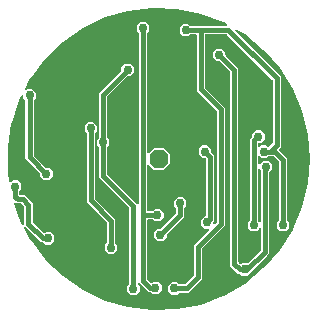
<source format=gbr>
G04 EAGLE Gerber RS-274X export*
G75*
%MOMM*%
%FSLAX34Y34*%
%LPD*%
%INBottom Copper*%
%IPPOS*%
%AMOC8*
5,1,8,0,0,1.08239X$1,22.5*%
G01*
%ADD10P,1.732040X8X22.500000*%
%ADD11C,0.756400*%
%ADD12C,0.406400*%

G36*
X226220Y492421D02*
X226220Y492421D01*
X226252Y492428D01*
X226342Y492436D01*
X246447Y496540D01*
X246478Y496552D01*
X246565Y496574D01*
X265752Y503851D01*
X265780Y503868D01*
X265862Y503904D01*
X283633Y514164D01*
X283659Y514185D01*
X283734Y514233D01*
X299629Y527211D01*
X299651Y527236D01*
X299718Y527296D01*
X313325Y542656D01*
X313343Y542683D01*
X313399Y542754D01*
X324366Y560097D01*
X324379Y560128D01*
X324423Y560206D01*
X332466Y579084D01*
X332474Y579116D01*
X332505Y579200D01*
X337416Y599124D01*
X337419Y599157D01*
X337436Y599245D01*
X339087Y619699D01*
X339084Y619731D01*
X339087Y619821D01*
X337436Y640275D01*
X337428Y640307D01*
X337416Y640396D01*
X332505Y660320D01*
X332492Y660350D01*
X332479Y660393D01*
X332474Y660418D01*
X332470Y660424D01*
X332466Y660436D01*
X324423Y679314D01*
X324405Y679342D01*
X324366Y679423D01*
X313399Y696766D01*
X313377Y696791D01*
X313328Y696860D01*
X313327Y696861D01*
X313327Y696862D01*
X313325Y696864D01*
X299718Y712224D01*
X299692Y712245D01*
X299629Y712309D01*
X283734Y725287D01*
X283706Y725303D01*
X283633Y725356D01*
X276863Y729265D01*
X276841Y729273D01*
X276821Y729287D01*
X276726Y729317D01*
X276633Y729352D01*
X276609Y729353D01*
X276586Y729360D01*
X276487Y729357D01*
X276388Y729361D01*
X276364Y729354D01*
X276340Y729353D01*
X276247Y729319D01*
X276152Y729291D01*
X276132Y729277D01*
X276109Y729269D01*
X276032Y729207D01*
X275950Y729150D01*
X275936Y729130D01*
X275917Y729115D01*
X275864Y729032D01*
X275805Y728952D01*
X275797Y728929D01*
X275784Y728908D01*
X275760Y728812D01*
X275730Y728717D01*
X275730Y728693D01*
X275724Y728670D01*
X275732Y728571D01*
X275734Y728471D01*
X275742Y728449D01*
X275743Y728425D01*
X275782Y728333D01*
X275815Y728239D01*
X275830Y728220D01*
X275840Y728198D01*
X275945Y728067D01*
X314453Y689559D01*
X314453Y630225D01*
X312781Y628553D01*
X312770Y628537D01*
X312754Y628525D01*
X312698Y628437D01*
X312638Y628354D01*
X312632Y628335D01*
X312621Y628318D01*
X312596Y628217D01*
X312565Y628118D01*
X312566Y628099D01*
X312561Y628079D01*
X312569Y627976D01*
X312572Y627873D01*
X312579Y627854D01*
X312580Y627834D01*
X312620Y627739D01*
X312656Y627642D01*
X312669Y627626D01*
X312676Y627608D01*
X312781Y627477D01*
X319787Y620471D01*
X319787Y568143D01*
X319801Y568053D01*
X319809Y567962D01*
X319821Y567933D01*
X319826Y567901D01*
X319869Y567820D01*
X319905Y567736D01*
X319931Y567704D01*
X319942Y567683D01*
X319965Y567661D01*
X320010Y567605D01*
X321537Y566078D01*
X321537Y561682D01*
X318428Y558573D01*
X314032Y558573D01*
X310923Y561682D01*
X310923Y566078D01*
X312450Y567605D01*
X312503Y567679D01*
X312563Y567749D01*
X312575Y567779D01*
X312594Y567805D01*
X312621Y567892D01*
X312655Y567977D01*
X312659Y568018D01*
X312666Y568040D01*
X312665Y568072D01*
X312673Y568143D01*
X312673Y617209D01*
X312671Y617225D01*
X312672Y617240D01*
X312658Y617305D01*
X312651Y617390D01*
X312639Y617420D01*
X312634Y617452D01*
X312621Y617476D01*
X312620Y617480D01*
X312609Y617499D01*
X312591Y617533D01*
X312555Y617617D01*
X312529Y617649D01*
X312518Y617670D01*
X312495Y617692D01*
X312450Y617748D01*
X307868Y622330D01*
X307794Y622383D01*
X307724Y622443D01*
X307694Y622455D01*
X307668Y622474D01*
X307581Y622501D01*
X307496Y622535D01*
X307455Y622539D01*
X307433Y622546D01*
X307401Y622545D01*
X307329Y622553D01*
X304237Y622553D01*
X304147Y622539D01*
X304056Y622531D01*
X304027Y622519D01*
X303995Y622514D01*
X303914Y622471D01*
X303830Y622435D01*
X303798Y622409D01*
X303777Y622398D01*
X303756Y622376D01*
X303753Y622374D01*
X303750Y622371D01*
X303699Y622330D01*
X302172Y620803D01*
X297776Y620803D01*
X296448Y622131D01*
X296390Y622173D01*
X296338Y622222D01*
X296291Y622244D01*
X296249Y622274D01*
X296180Y622296D01*
X296115Y622326D01*
X296063Y622331D01*
X296013Y622347D01*
X295942Y622345D01*
X295871Y622353D01*
X295820Y622342D01*
X295768Y622340D01*
X295700Y622316D01*
X295630Y622301D01*
X295585Y622274D01*
X295537Y622256D01*
X295481Y622211D01*
X295419Y622174D01*
X295385Y622135D01*
X295345Y622102D01*
X295306Y622042D01*
X295259Y621987D01*
X295240Y621939D01*
X295212Y621895D01*
X295194Y621826D01*
X295167Y621759D01*
X295159Y621688D01*
X295151Y621657D01*
X295153Y621634D01*
X295149Y621593D01*
X295149Y615895D01*
X295160Y615825D01*
X295162Y615753D01*
X295180Y615704D01*
X295188Y615653D01*
X295222Y615589D01*
X295247Y615522D01*
X295279Y615481D01*
X295304Y615435D01*
X295356Y615386D01*
X295400Y615330D01*
X295444Y615302D01*
X295482Y615266D01*
X295547Y615236D01*
X295607Y615197D01*
X295658Y615184D01*
X295705Y615162D01*
X295776Y615154D01*
X295846Y615137D01*
X295898Y615141D01*
X295949Y615135D01*
X296020Y615150D01*
X296091Y615156D01*
X296139Y615176D01*
X296190Y615187D01*
X296251Y615224D01*
X296317Y615252D01*
X296373Y615297D01*
X296401Y615314D01*
X296416Y615331D01*
X296448Y615357D01*
X299554Y618463D01*
X303950Y618463D01*
X307059Y615354D01*
X307059Y610958D01*
X304770Y608669D01*
X304717Y608595D01*
X304657Y608525D01*
X304645Y608495D01*
X304626Y608469D01*
X304599Y608382D01*
X304565Y608297D01*
X304561Y608256D01*
X304554Y608234D01*
X304555Y608202D01*
X304547Y608131D01*
X304547Y539801D01*
X302240Y537494D01*
X289784Y525038D01*
X289248Y524502D01*
X289195Y524428D01*
X289135Y524358D01*
X289123Y524328D01*
X289104Y524302D01*
X289077Y524215D01*
X289043Y524130D01*
X289040Y524106D01*
X285916Y520981D01*
X281520Y520981D01*
X279993Y522508D01*
X279919Y522561D01*
X279849Y522621D01*
X279819Y522633D01*
X279793Y522652D01*
X279706Y522679D01*
X279621Y522713D01*
X279580Y522717D01*
X279558Y522724D01*
X279526Y522723D01*
X279455Y522731D01*
X277927Y522731D01*
X271271Y529387D01*
X271271Y693409D01*
X271257Y693500D01*
X271249Y693590D01*
X271237Y693620D01*
X271232Y693652D01*
X271189Y693733D01*
X271153Y693817D01*
X271127Y693849D01*
X271116Y693870D01*
X271093Y693892D01*
X271048Y693948D01*
X262628Y702368D01*
X262554Y702421D01*
X262484Y702481D01*
X262454Y702493D01*
X262428Y702512D01*
X262341Y702539D01*
X262256Y702573D01*
X262215Y702577D01*
X262193Y702584D01*
X262161Y702583D01*
X262089Y702591D01*
X259930Y702591D01*
X256821Y705700D01*
X256821Y710096D01*
X259930Y713205D01*
X264326Y713205D01*
X267435Y710096D01*
X267435Y707937D01*
X267449Y707846D01*
X267457Y707756D01*
X267469Y707726D01*
X267474Y707694D01*
X267517Y707613D01*
X267553Y707529D01*
X267579Y707497D01*
X267590Y707476D01*
X267613Y707454D01*
X267658Y707398D01*
X278385Y696671D01*
X278385Y532649D01*
X278399Y532558D01*
X278407Y532468D01*
X278419Y532438D01*
X278424Y532406D01*
X278467Y532325D01*
X278503Y532241D01*
X278529Y532209D01*
X278540Y532188D01*
X278563Y532166D01*
X278608Y532110D01*
X279783Y530935D01*
X279799Y530923D01*
X279812Y530908D01*
X279899Y530851D01*
X279983Y530791D01*
X280002Y530785D01*
X280019Y530775D01*
X280119Y530749D01*
X280218Y530719D01*
X280238Y530719D01*
X280257Y530714D01*
X280360Y530722D01*
X280464Y530725D01*
X280483Y530732D01*
X280503Y530734D01*
X280597Y530774D01*
X280695Y530810D01*
X280711Y530822D01*
X280729Y530830D01*
X280860Y530935D01*
X281520Y531595D01*
X285965Y531595D01*
X286056Y531609D01*
X286146Y531617D01*
X286176Y531629D01*
X286208Y531634D01*
X286289Y531677D01*
X286373Y531713D01*
X286405Y531739D01*
X286426Y531750D01*
X286448Y531773D01*
X286504Y531818D01*
X297210Y542524D01*
X297263Y542598D01*
X297323Y542668D01*
X297335Y542698D01*
X297354Y542724D01*
X297381Y542811D01*
X297415Y542896D01*
X297419Y542937D01*
X297426Y542959D01*
X297425Y542991D01*
X297433Y543063D01*
X297433Y560379D01*
X297422Y560449D01*
X297420Y560521D01*
X297402Y560570D01*
X297394Y560621D01*
X297360Y560685D01*
X297335Y560752D01*
X297303Y560793D01*
X297278Y560839D01*
X297226Y560888D01*
X297182Y560944D01*
X297138Y560972D01*
X297100Y561008D01*
X297035Y561038D01*
X296975Y561077D01*
X296924Y561090D01*
X296877Y561112D01*
X296806Y561120D01*
X296736Y561137D01*
X296684Y561133D01*
X296633Y561139D01*
X296562Y561124D01*
X296491Y561118D01*
X296443Y561098D01*
X296392Y561087D01*
X296331Y561050D01*
X296265Y561022D01*
X296209Y560977D01*
X296181Y560960D01*
X296166Y560943D01*
X296134Y560917D01*
X293790Y558573D01*
X289394Y558573D01*
X286285Y561682D01*
X286285Y566078D01*
X287812Y567605D01*
X287865Y567679D01*
X287925Y567749D01*
X287937Y567779D01*
X287956Y567805D01*
X287983Y567892D01*
X288017Y567977D01*
X288021Y568018D01*
X288028Y568040D01*
X288027Y568072D01*
X288035Y568143D01*
X288035Y636981D01*
X289872Y638818D01*
X289925Y638892D01*
X289985Y638962D01*
X289997Y638992D01*
X290016Y639018D01*
X290043Y639105D01*
X290077Y639190D01*
X290081Y639231D01*
X290088Y639253D01*
X290087Y639285D01*
X290095Y639357D01*
X290095Y641008D01*
X293204Y644117D01*
X297600Y644117D01*
X300709Y641008D01*
X300709Y636612D01*
X297600Y633503D01*
X295910Y633503D01*
X295890Y633500D01*
X295871Y633502D01*
X295769Y633480D01*
X295667Y633464D01*
X295650Y633454D01*
X295630Y633450D01*
X295541Y633397D01*
X295450Y633348D01*
X295436Y633334D01*
X295419Y633324D01*
X295352Y633245D01*
X295280Y633170D01*
X295272Y633152D01*
X295259Y633137D01*
X295220Y633041D01*
X295177Y632947D01*
X295175Y632927D01*
X295167Y632909D01*
X295149Y632742D01*
X295149Y630627D01*
X295160Y630557D01*
X295162Y630485D01*
X295180Y630436D01*
X295188Y630385D01*
X295222Y630321D01*
X295247Y630254D01*
X295279Y630213D01*
X295304Y630167D01*
X295356Y630118D01*
X295400Y630062D01*
X295444Y630034D01*
X295482Y629998D01*
X295547Y629968D01*
X295607Y629929D01*
X295658Y629916D01*
X295705Y629894D01*
X295776Y629886D01*
X295846Y629869D01*
X295898Y629873D01*
X295949Y629867D01*
X296020Y629882D01*
X296091Y629888D01*
X296139Y629908D01*
X296190Y629919D01*
X296251Y629956D01*
X296317Y629984D01*
X296373Y630029D01*
X296401Y630046D01*
X296416Y630063D01*
X296448Y630089D01*
X297776Y631417D01*
X302172Y631417D01*
X303340Y630249D01*
X303356Y630237D01*
X303369Y630222D01*
X303456Y630165D01*
X303540Y630105D01*
X303559Y630099D01*
X303576Y630089D01*
X303676Y630063D01*
X303775Y630033D01*
X303795Y630033D01*
X303814Y630028D01*
X303917Y630036D01*
X304021Y630039D01*
X304040Y630046D01*
X304059Y630048D01*
X304154Y630088D01*
X304252Y630124D01*
X304268Y630136D01*
X304286Y630144D01*
X304417Y630249D01*
X307116Y632948D01*
X307169Y633022D01*
X307229Y633092D01*
X307241Y633122D01*
X307260Y633148D01*
X307287Y633235D01*
X307321Y633320D01*
X307325Y633361D01*
X307332Y633383D01*
X307331Y633415D01*
X307339Y633487D01*
X307339Y686297D01*
X307325Y686388D01*
X307317Y686478D01*
X307305Y686508D01*
X307300Y686540D01*
X307257Y686621D01*
X307221Y686705D01*
X307195Y686737D01*
X307184Y686758D01*
X307161Y686780D01*
X307116Y686836D01*
X268752Y725200D01*
X268678Y725253D01*
X268608Y725313D01*
X268578Y725325D01*
X268552Y725344D01*
X268465Y725371D01*
X268380Y725405D01*
X268339Y725409D01*
X268317Y725416D01*
X268285Y725415D01*
X268213Y725423D01*
X250952Y725423D01*
X250932Y725420D01*
X250913Y725422D01*
X250811Y725400D01*
X250709Y725384D01*
X250692Y725374D01*
X250672Y725370D01*
X250583Y725317D01*
X250492Y725268D01*
X250478Y725254D01*
X250461Y725244D01*
X250394Y725165D01*
X250322Y725090D01*
X250314Y725072D01*
X250301Y725057D01*
X250262Y724961D01*
X250219Y724867D01*
X250217Y724847D01*
X250209Y724829D01*
X250191Y724662D01*
X250191Y680731D01*
X250205Y680640D01*
X250213Y680550D01*
X250225Y680520D01*
X250230Y680488D01*
X250273Y680407D01*
X250309Y680323D01*
X250335Y680291D01*
X250346Y680270D01*
X250369Y680248D01*
X250414Y680192D01*
X267209Y663397D01*
X267209Y563423D01*
X247874Y544088D01*
X247821Y544014D01*
X247761Y543944D01*
X247749Y543914D01*
X247730Y543888D01*
X247703Y543801D01*
X247669Y543716D01*
X247665Y543675D01*
X247658Y543653D01*
X247659Y543621D01*
X247651Y543549D01*
X247651Y518211D01*
X245344Y515904D01*
X238476Y509036D01*
X236169Y506729D01*
X228291Y506729D01*
X228201Y506715D01*
X228110Y506707D01*
X228081Y506695D01*
X228049Y506690D01*
X227968Y506647D01*
X227884Y506611D01*
X227852Y506585D01*
X227831Y506574D01*
X227809Y506551D01*
X227753Y506506D01*
X226226Y504979D01*
X221830Y504979D01*
X218721Y508088D01*
X218721Y512484D01*
X221830Y515593D01*
X226226Y515593D01*
X227753Y514066D01*
X227827Y514013D01*
X227897Y513953D01*
X227927Y513941D01*
X227953Y513922D01*
X228040Y513895D01*
X228125Y513861D01*
X228166Y513857D01*
X228188Y513850D01*
X228220Y513851D01*
X228291Y513843D01*
X232907Y513843D01*
X232998Y513857D01*
X233088Y513865D01*
X233118Y513877D01*
X233150Y513882D01*
X233231Y513925D01*
X233315Y513961D01*
X233347Y513987D01*
X233368Y513998D01*
X233390Y514021D01*
X233446Y514066D01*
X240314Y520934D01*
X240367Y521008D01*
X240427Y521078D01*
X240439Y521108D01*
X240458Y521134D01*
X240485Y521221D01*
X240519Y521306D01*
X240523Y521347D01*
X240530Y521369D01*
X240529Y521401D01*
X240537Y521473D01*
X240537Y546811D01*
X253286Y559560D01*
X253328Y559618D01*
X253377Y559670D01*
X253399Y559717D01*
X253429Y559759D01*
X253450Y559828D01*
X253481Y559893D01*
X253486Y559945D01*
X253502Y559995D01*
X253500Y560066D01*
X253508Y560137D01*
X253497Y560188D01*
X253495Y560240D01*
X253471Y560308D01*
X253455Y560378D01*
X253429Y560423D01*
X253411Y560471D01*
X253366Y560527D01*
X253329Y560589D01*
X253290Y560623D01*
X253257Y560663D01*
X253197Y560702D01*
X253142Y560749D01*
X253094Y560768D01*
X253050Y560796D01*
X252981Y560814D01*
X252914Y560841D01*
X252843Y560849D01*
X252812Y560857D01*
X252788Y560855D01*
X252747Y560859D01*
X249770Y560859D01*
X246661Y563968D01*
X246661Y568364D01*
X249770Y571473D01*
X250190Y571473D01*
X250210Y571476D01*
X250229Y571474D01*
X250331Y571496D01*
X250433Y571512D01*
X250450Y571522D01*
X250470Y571526D01*
X250559Y571579D01*
X250650Y571628D01*
X250664Y571642D01*
X250681Y571652D01*
X250748Y571731D01*
X250820Y571806D01*
X250828Y571824D01*
X250841Y571839D01*
X250880Y571935D01*
X250923Y572029D01*
X250925Y572049D01*
X250933Y572067D01*
X250951Y572234D01*
X250951Y619749D01*
X250937Y619840D01*
X250929Y619930D01*
X250917Y619960D01*
X250912Y619992D01*
X250869Y620073D01*
X250833Y620157D01*
X250807Y620189D01*
X250796Y620210D01*
X250773Y620232D01*
X250728Y620288D01*
X250436Y620580D01*
X250362Y620633D01*
X250292Y620693D01*
X250262Y620705D01*
X250236Y620724D01*
X250149Y620751D01*
X250064Y620785D01*
X250023Y620789D01*
X250001Y620796D01*
X249969Y620795D01*
X249897Y620803D01*
X247738Y620803D01*
X244629Y623912D01*
X244629Y628308D01*
X247738Y631417D01*
X252134Y631417D01*
X255243Y628308D01*
X255243Y626149D01*
X255257Y626058D01*
X255265Y625968D01*
X255277Y625938D01*
X255282Y625906D01*
X255325Y625825D01*
X255361Y625741D01*
X255387Y625709D01*
X255398Y625688D01*
X255421Y625666D01*
X255466Y625610D01*
X258065Y623011D01*
X258065Y567233D01*
X257498Y566666D01*
X257445Y566592D01*
X257385Y566522D01*
X257373Y566492D01*
X257354Y566466D01*
X257327Y566379D01*
X257293Y566294D01*
X257289Y566253D01*
X257282Y566231D01*
X257283Y566199D01*
X257275Y566127D01*
X257275Y565387D01*
X257286Y565316D01*
X257288Y565244D01*
X257306Y565195D01*
X257314Y565144D01*
X257348Y565080D01*
X257373Y565013D01*
X257405Y564972D01*
X257430Y564926D01*
X257482Y564877D01*
X257526Y564821D01*
X257570Y564793D01*
X257608Y564757D01*
X257673Y564727D01*
X257733Y564688D01*
X257784Y564675D01*
X257831Y564653D01*
X257902Y564645D01*
X257972Y564628D01*
X258024Y564632D01*
X258075Y564626D01*
X258146Y564642D01*
X258217Y564647D01*
X258265Y564667D01*
X258316Y564679D01*
X258377Y564715D01*
X258443Y564743D01*
X258499Y564788D01*
X258527Y564805D01*
X258542Y564823D01*
X258574Y564848D01*
X259872Y566146D01*
X259925Y566220D01*
X259985Y566290D01*
X259997Y566320D01*
X260016Y566346D01*
X260043Y566433D01*
X260077Y566518D01*
X260081Y566559D01*
X260088Y566581D01*
X260087Y566613D01*
X260095Y566685D01*
X260095Y660135D01*
X260081Y660226D01*
X260073Y660316D01*
X260061Y660346D01*
X260056Y660378D01*
X260013Y660459D01*
X259977Y660543D01*
X259951Y660575D01*
X259940Y660596D01*
X259917Y660618D01*
X259872Y660674D01*
X243077Y677469D01*
X243077Y724662D01*
X243074Y724682D01*
X243076Y724701D01*
X243054Y724803D01*
X243038Y724905D01*
X243028Y724922D01*
X243024Y724942D01*
X242971Y725031D01*
X242922Y725122D01*
X242908Y725136D01*
X242898Y725153D01*
X242819Y725220D01*
X242744Y725292D01*
X242726Y725300D01*
X242711Y725313D01*
X242615Y725352D01*
X242521Y725395D01*
X242501Y725397D01*
X242483Y725405D01*
X242316Y725423D01*
X238197Y725423D01*
X238107Y725409D01*
X238016Y725401D01*
X237987Y725389D01*
X237955Y725384D01*
X237874Y725341D01*
X237790Y725305D01*
X237758Y725279D01*
X237737Y725268D01*
X237715Y725245D01*
X237659Y725200D01*
X236132Y723673D01*
X231736Y723673D01*
X228627Y726782D01*
X228627Y731178D01*
X231736Y734287D01*
X236132Y734287D01*
X237659Y732760D01*
X237733Y732707D01*
X237803Y732647D01*
X237833Y732635D01*
X237859Y732616D01*
X237946Y732589D01*
X238031Y732555D01*
X238072Y732551D01*
X238094Y732544D01*
X238126Y732545D01*
X238197Y732537D01*
X268356Y732537D01*
X268403Y732544D01*
X268451Y732543D01*
X268524Y732564D01*
X268598Y732576D01*
X268641Y732599D01*
X268687Y732613D01*
X268749Y732656D01*
X268816Y732692D01*
X268849Y732726D01*
X268888Y732754D01*
X268933Y732815D01*
X268985Y732870D01*
X269005Y732913D01*
X269034Y732952D01*
X269057Y733024D01*
X269089Y733093D01*
X269094Y733141D01*
X269109Y733186D01*
X269107Y733262D01*
X269116Y733337D01*
X269106Y733384D01*
X269105Y733432D01*
X269080Y733504D01*
X269064Y733578D01*
X269039Y733619D01*
X269023Y733664D01*
X268976Y733724D01*
X268937Y733789D01*
X268901Y733820D01*
X268871Y733858D01*
X268768Y733934D01*
X268750Y733949D01*
X268744Y733951D01*
X268736Y733957D01*
X265862Y735616D01*
X265832Y735628D01*
X265752Y735669D01*
X246565Y742946D01*
X246533Y742952D01*
X246447Y742980D01*
X226342Y747084D01*
X226309Y747085D01*
X226220Y747099D01*
X205716Y747925D01*
X205684Y747921D01*
X205594Y747920D01*
X185223Y745447D01*
X185192Y745438D01*
X185103Y745422D01*
X165393Y739713D01*
X165364Y739699D01*
X165279Y739670D01*
X146740Y730873D01*
X146713Y730854D01*
X146634Y730812D01*
X129746Y719155D01*
X129722Y719132D01*
X129651Y719077D01*
X114852Y704862D01*
X114832Y704836D01*
X114770Y704771D01*
X102443Y688366D01*
X102428Y688337D01*
X102377Y688262D01*
X97663Y679281D01*
X97661Y679272D01*
X97656Y679265D01*
X97622Y679157D01*
X97586Y679047D01*
X97586Y679039D01*
X97583Y679030D01*
X97586Y678916D01*
X97587Y678801D01*
X97589Y678793D01*
X97590Y678784D01*
X97629Y678677D01*
X97666Y678568D01*
X97671Y678562D01*
X97674Y678553D01*
X97746Y678464D01*
X97815Y678373D01*
X97822Y678368D01*
X97828Y678361D01*
X97924Y678299D01*
X98019Y678235D01*
X98027Y678233D01*
X98035Y678228D01*
X98145Y678200D01*
X98256Y678170D01*
X98265Y678170D01*
X98273Y678168D01*
X98387Y678177D01*
X98502Y678184D01*
X98510Y678187D01*
X98518Y678187D01*
X98623Y678232D01*
X98730Y678275D01*
X98737Y678280D01*
X98745Y678284D01*
X98876Y678389D01*
X99402Y678915D01*
X103798Y678915D01*
X106907Y675806D01*
X106907Y671410D01*
X105380Y669883D01*
X105327Y669809D01*
X105267Y669739D01*
X105255Y669709D01*
X105236Y669683D01*
X105209Y669596D01*
X105175Y669511D01*
X105171Y669470D01*
X105164Y669448D01*
X105165Y669416D01*
X105157Y669345D01*
X105157Y623073D01*
X105171Y622982D01*
X105179Y622892D01*
X105191Y622862D01*
X105196Y622830D01*
X105239Y622749D01*
X105275Y622665D01*
X105301Y622633D01*
X105312Y622612D01*
X105335Y622590D01*
X105380Y622534D01*
X115324Y612590D01*
X115398Y612537D01*
X115468Y612477D01*
X115498Y612465D01*
X115524Y612446D01*
X115611Y612419D01*
X115696Y612385D01*
X115737Y612381D01*
X115759Y612374D01*
X115791Y612375D01*
X115863Y612367D01*
X118022Y612367D01*
X121131Y609258D01*
X121131Y604862D01*
X118022Y601753D01*
X113626Y601753D01*
X110517Y604862D01*
X110517Y607021D01*
X110503Y607112D01*
X110495Y607202D01*
X110483Y607232D01*
X110478Y607264D01*
X110435Y607345D01*
X110399Y607429D01*
X110373Y607461D01*
X110362Y607482D01*
X110339Y607504D01*
X110294Y607560D01*
X98043Y619811D01*
X98043Y669345D01*
X98029Y669435D01*
X98021Y669526D01*
X98009Y669555D01*
X98004Y669587D01*
X97961Y669668D01*
X97925Y669752D01*
X97899Y669784D01*
X97888Y669805D01*
X97865Y669827D01*
X97820Y669883D01*
X96293Y671410D01*
X96293Y673582D01*
X96283Y673644D01*
X96283Y673707D01*
X96263Y673765D01*
X96254Y673824D01*
X96224Y673880D01*
X96204Y673940D01*
X96167Y673988D01*
X96138Y674042D01*
X96093Y674085D01*
X96054Y674135D01*
X96004Y674169D01*
X95960Y674211D01*
X95903Y674238D01*
X95850Y674273D01*
X95792Y674289D01*
X95737Y674315D01*
X95674Y674322D01*
X95613Y674338D01*
X95553Y674335D01*
X95493Y674342D01*
X95431Y674328D01*
X95368Y674325D01*
X95312Y674302D01*
X95252Y674290D01*
X95198Y674257D01*
X95139Y674234D01*
X95093Y674194D01*
X95041Y674163D01*
X95000Y674115D01*
X94952Y674074D01*
X94903Y674001D01*
X94881Y673976D01*
X94874Y673960D01*
X94858Y673935D01*
X92841Y670093D01*
X92831Y670061D01*
X92793Y669980D01*
X86295Y650516D01*
X86290Y650483D01*
X86266Y650397D01*
X82974Y630142D01*
X82974Y630109D01*
X82964Y630020D01*
X82964Y609500D01*
X82969Y609468D01*
X82974Y609378D01*
X84401Y600596D01*
X84405Y600586D01*
X84405Y600576D01*
X84443Y600470D01*
X84479Y600363D01*
X84486Y600354D01*
X84489Y600345D01*
X84560Y600257D01*
X84628Y600167D01*
X84636Y600161D01*
X84643Y600153D01*
X84738Y600092D01*
X84831Y600028D01*
X84841Y600025D01*
X84850Y600020D01*
X84959Y599992D01*
X85068Y599962D01*
X85078Y599962D01*
X85088Y599960D01*
X85200Y599968D01*
X85314Y599974D01*
X85323Y599978D01*
X85334Y599979D01*
X85437Y600023D01*
X85542Y600064D01*
X85550Y600071D01*
X85560Y600075D01*
X85691Y600180D01*
X87210Y601699D01*
X91606Y601699D01*
X94715Y598590D01*
X94715Y594194D01*
X93188Y592667D01*
X93135Y592593D01*
X93075Y592523D01*
X93063Y592493D01*
X93044Y592467D01*
X93017Y592380D01*
X92983Y592295D01*
X92979Y592254D01*
X92972Y592232D01*
X92973Y592200D01*
X92965Y592129D01*
X92965Y590042D01*
X92968Y590022D01*
X92966Y590003D01*
X92988Y589901D01*
X93004Y589799D01*
X93014Y589782D01*
X93018Y589762D01*
X93071Y589673D01*
X93120Y589582D01*
X93134Y589568D01*
X93144Y589551D01*
X93223Y589484D01*
X93298Y589412D01*
X93316Y589404D01*
X93331Y589391D01*
X93427Y589352D01*
X93521Y589309D01*
X93541Y589307D01*
X93559Y589299D01*
X93726Y589281D01*
X97485Y589281D01*
X104141Y582625D01*
X104141Y566685D01*
X104155Y566594D01*
X104163Y566504D01*
X104175Y566474D01*
X104180Y566442D01*
X104223Y566361D01*
X104259Y566277D01*
X104285Y566245D01*
X104296Y566224D01*
X104319Y566202D01*
X104364Y566146D01*
X113286Y557224D01*
X113302Y557212D01*
X113315Y557197D01*
X113402Y557140D01*
X113486Y557080D01*
X113505Y557074D01*
X113522Y557064D01*
X113622Y557038D01*
X113721Y557008D01*
X113741Y557008D01*
X113760Y557003D01*
X113863Y557011D01*
X113967Y557014D01*
X113986Y557021D01*
X114006Y557023D01*
X114100Y557063D01*
X114198Y557099D01*
X114214Y557111D01*
X114232Y557119D01*
X114363Y557224D01*
X115150Y558011D01*
X119546Y558011D01*
X122655Y554902D01*
X122655Y550506D01*
X119546Y547397D01*
X115150Y547397D01*
X113623Y548924D01*
X113549Y548977D01*
X113479Y549037D01*
X113449Y549049D01*
X113423Y549068D01*
X113336Y549095D01*
X113251Y549129D01*
X113210Y549133D01*
X113188Y549140D01*
X113156Y549139D01*
X113085Y549147D01*
X111303Y549147D01*
X98387Y562063D01*
X98380Y562069D01*
X98374Y562075D01*
X98279Y562141D01*
X98187Y562207D01*
X98179Y562210D01*
X98171Y562214D01*
X98061Y562246D01*
X97952Y562279D01*
X97943Y562279D01*
X97935Y562282D01*
X97821Y562276D01*
X97706Y562273D01*
X97698Y562270D01*
X97689Y562270D01*
X97583Y562228D01*
X97475Y562189D01*
X97468Y562183D01*
X97460Y562180D01*
X97372Y562107D01*
X97283Y562035D01*
X97278Y562028D01*
X97271Y562022D01*
X97212Y561924D01*
X97150Y561828D01*
X97148Y561820D01*
X97143Y561812D01*
X97118Y561700D01*
X97090Y561589D01*
X97090Y561581D01*
X97088Y561572D01*
X97100Y561458D01*
X97109Y561344D01*
X97112Y561336D01*
X97113Y561328D01*
X97174Y561171D01*
X102377Y551258D01*
X102397Y551231D01*
X102443Y551154D01*
X114770Y534749D01*
X114794Y534727D01*
X114852Y534658D01*
X129651Y520443D01*
X129678Y520424D01*
X129746Y520365D01*
X146634Y508708D01*
X146663Y508694D01*
X146740Y508647D01*
X165279Y499850D01*
X165310Y499841D01*
X165393Y499807D01*
X185103Y494098D01*
X185136Y494094D01*
X185223Y494073D01*
X205594Y491600D01*
X205627Y491601D01*
X205716Y491595D01*
X226220Y492421D01*
G37*
%LPC*%
G36*
X187286Y504725D02*
X187286Y504725D01*
X184177Y507834D01*
X184177Y512230D01*
X185704Y513757D01*
X185757Y513831D01*
X185817Y513901D01*
X185829Y513931D01*
X185848Y513957D01*
X185875Y514044D01*
X185909Y514129D01*
X185913Y514170D01*
X185920Y514192D01*
X185919Y514224D01*
X185927Y514295D01*
X185927Y578093D01*
X185913Y578184D01*
X185905Y578274D01*
X185893Y578304D01*
X185888Y578336D01*
X185845Y578417D01*
X185809Y578501D01*
X185783Y578533D01*
X185772Y578554D01*
X185749Y578576D01*
X185704Y578632D01*
X160019Y604317D01*
X160019Y629975D01*
X160005Y630065D01*
X159997Y630156D01*
X159985Y630185D01*
X159980Y630217D01*
X159937Y630298D01*
X159901Y630382D01*
X159875Y630414D01*
X159864Y630435D01*
X159841Y630457D01*
X159796Y630513D01*
X158523Y631786D01*
X158523Y636182D01*
X160050Y637709D01*
X160103Y637783D01*
X160163Y637853D01*
X160175Y637883D01*
X160194Y637909D01*
X160221Y637996D01*
X160255Y638081D01*
X160259Y638122D01*
X160266Y638144D01*
X160265Y638176D01*
X160273Y638247D01*
X160273Y675843D01*
X179128Y694698D01*
X179181Y694772D01*
X179241Y694842D01*
X179253Y694872D01*
X179272Y694898D01*
X179299Y694985D01*
X179333Y695070D01*
X179337Y695111D01*
X179344Y695133D01*
X179343Y695165D01*
X179351Y695237D01*
X179351Y697396D01*
X182460Y700505D01*
X186856Y700505D01*
X189965Y697396D01*
X189965Y693000D01*
X186856Y689891D01*
X184697Y689891D01*
X184606Y689877D01*
X184516Y689869D01*
X184486Y689857D01*
X184454Y689852D01*
X184373Y689809D01*
X184289Y689773D01*
X184257Y689747D01*
X184236Y689736D01*
X184214Y689713D01*
X184158Y689668D01*
X167610Y673120D01*
X167557Y673046D01*
X167497Y672976D01*
X167485Y672946D01*
X167466Y672920D01*
X167439Y672833D01*
X167405Y672748D01*
X167401Y672707D01*
X167394Y672685D01*
X167395Y672653D01*
X167387Y672581D01*
X167387Y638247D01*
X167401Y638157D01*
X167409Y638066D01*
X167421Y638037D01*
X167426Y638005D01*
X167469Y637924D01*
X167505Y637840D01*
X167531Y637808D01*
X167542Y637787D01*
X167565Y637765D01*
X167610Y637709D01*
X169137Y636182D01*
X169137Y631786D01*
X167356Y630005D01*
X167303Y629931D01*
X167243Y629861D01*
X167231Y629831D01*
X167212Y629805D01*
X167185Y629718D01*
X167151Y629633D01*
X167147Y629592D01*
X167140Y629570D01*
X167141Y629538D01*
X167133Y629467D01*
X167133Y607579D01*
X167147Y607488D01*
X167155Y607398D01*
X167167Y607368D01*
X167172Y607336D01*
X167215Y607255D01*
X167251Y607171D01*
X167277Y607139D01*
X167288Y607118D01*
X167311Y607096D01*
X167356Y607040D01*
X192756Y581640D01*
X192814Y581598D01*
X192866Y581549D01*
X192886Y581540D01*
X192895Y581532D01*
X192921Y581521D01*
X192955Y581497D01*
X193024Y581476D01*
X193089Y581445D01*
X193118Y581442D01*
X193123Y581440D01*
X193148Y581437D01*
X193191Y581424D01*
X193251Y581426D01*
X193290Y581422D01*
X193294Y581422D01*
X193298Y581422D01*
X193333Y581418D01*
X193384Y581429D01*
X193436Y581431D01*
X193504Y581455D01*
X193516Y581458D01*
X193537Y581461D01*
X193540Y581463D01*
X193574Y581471D01*
X193619Y581497D01*
X193667Y581515D01*
X193723Y581560D01*
X193727Y581562D01*
X193754Y581576D01*
X193758Y581581D01*
X193785Y581597D01*
X193819Y581636D01*
X193859Y581669D01*
X193896Y581726D01*
X193924Y581755D01*
X193927Y581763D01*
X193945Y581784D01*
X193964Y581832D01*
X193992Y581876D01*
X194008Y581936D01*
X194027Y581978D01*
X194029Y581992D01*
X194037Y582012D01*
X194045Y582083D01*
X194053Y582114D01*
X194051Y582138D01*
X194055Y582179D01*
X194055Y726241D01*
X194041Y726331D01*
X194033Y726422D01*
X194021Y726451D01*
X194016Y726483D01*
X193973Y726564D01*
X193937Y726648D01*
X193911Y726680D01*
X193900Y726701D01*
X193877Y726723D01*
X193832Y726779D01*
X192305Y728306D01*
X192305Y732702D01*
X195414Y735811D01*
X199810Y735811D01*
X202919Y732702D01*
X202919Y728306D01*
X201392Y726779D01*
X201339Y726705D01*
X201279Y726635D01*
X201267Y726605D01*
X201248Y726579D01*
X201221Y726492D01*
X201187Y726407D01*
X201183Y726366D01*
X201176Y726344D01*
X201177Y726312D01*
X201169Y726241D01*
X201169Y625418D01*
X201180Y625347D01*
X201182Y625276D01*
X201200Y625227D01*
X201208Y625175D01*
X201242Y625112D01*
X201267Y625045D01*
X201299Y625004D01*
X201324Y624958D01*
X201376Y624908D01*
X201420Y624852D01*
X201464Y624824D01*
X201502Y624788D01*
X201567Y624758D01*
X201627Y624719D01*
X201678Y624707D01*
X201725Y624685D01*
X201796Y624677D01*
X201866Y624659D01*
X201918Y624663D01*
X201969Y624658D01*
X202040Y624673D01*
X202111Y624679D01*
X202159Y624699D01*
X202210Y624710D01*
X202271Y624747D01*
X202337Y624775D01*
X202393Y624820D01*
X202421Y624836D01*
X202436Y624854D01*
X202468Y624880D01*
X206874Y629286D01*
X214766Y629286D01*
X220346Y623706D01*
X220346Y615814D01*
X214766Y610234D01*
X206874Y610234D01*
X202468Y614640D01*
X202410Y614682D01*
X202358Y614732D01*
X202311Y614753D01*
X202269Y614784D01*
X202200Y614805D01*
X202135Y614835D01*
X202083Y614841D01*
X202033Y614856D01*
X201962Y614854D01*
X201891Y614862D01*
X201840Y614851D01*
X201788Y614850D01*
X201720Y614825D01*
X201650Y614810D01*
X201605Y614783D01*
X201557Y614765D01*
X201501Y614721D01*
X201439Y614684D01*
X201405Y614644D01*
X201365Y614612D01*
X201326Y614551D01*
X201279Y614497D01*
X201260Y614449D01*
X201232Y614405D01*
X201214Y614335D01*
X201187Y614269D01*
X201179Y614197D01*
X201171Y614166D01*
X201173Y614143D01*
X201169Y614102D01*
X201169Y576580D01*
X201172Y576560D01*
X201170Y576541D01*
X201192Y576439D01*
X201208Y576337D01*
X201218Y576320D01*
X201222Y576300D01*
X201275Y576211D01*
X201324Y576120D01*
X201338Y576106D01*
X201348Y576089D01*
X201427Y576022D01*
X201502Y575950D01*
X201520Y575942D01*
X201535Y575929D01*
X201631Y575890D01*
X201725Y575847D01*
X201745Y575845D01*
X201763Y575837D01*
X201930Y575819D01*
X205541Y575819D01*
X205631Y575833D01*
X205722Y575841D01*
X205751Y575853D01*
X205783Y575858D01*
X205864Y575901D01*
X205948Y575937D01*
X205980Y575963D01*
X206001Y575974D01*
X206023Y575997D01*
X206079Y576042D01*
X207606Y577569D01*
X212002Y577569D01*
X215111Y574460D01*
X215111Y570064D01*
X212002Y566955D01*
X207606Y566955D01*
X206079Y568482D01*
X206005Y568535D01*
X205935Y568595D01*
X205905Y568607D01*
X205879Y568626D01*
X205792Y568653D01*
X205707Y568687D01*
X205666Y568691D01*
X205644Y568698D01*
X205612Y568697D01*
X205541Y568705D01*
X201930Y568705D01*
X201910Y568702D01*
X201891Y568704D01*
X201789Y568682D01*
X201687Y568666D01*
X201670Y568656D01*
X201650Y568652D01*
X201561Y568599D01*
X201470Y568550D01*
X201456Y568536D01*
X201439Y568526D01*
X201372Y568447D01*
X201300Y568372D01*
X201292Y568354D01*
X201279Y568339D01*
X201240Y568243D01*
X201197Y568149D01*
X201195Y568129D01*
X201187Y568111D01*
X201169Y567944D01*
X201169Y518425D01*
X201183Y518334D01*
X201191Y518244D01*
X201203Y518214D01*
X201208Y518182D01*
X201251Y518101D01*
X201287Y518017D01*
X201313Y517985D01*
X201324Y517964D01*
X201347Y517942D01*
X201392Y517886D01*
X204091Y515187D01*
X204107Y515175D01*
X204120Y515160D01*
X204207Y515103D01*
X204291Y515043D01*
X204310Y515037D01*
X204327Y515027D01*
X204427Y515001D01*
X204526Y514971D01*
X204546Y514971D01*
X204565Y514966D01*
X204668Y514974D01*
X204772Y514977D01*
X204791Y514984D01*
X204811Y514986D01*
X204905Y515026D01*
X205003Y515062D01*
X205019Y515074D01*
X205037Y515082D01*
X205168Y515187D01*
X205828Y515847D01*
X210224Y515847D01*
X213333Y512738D01*
X213333Y508342D01*
X210224Y505233D01*
X205828Y505233D01*
X204301Y506760D01*
X204227Y506813D01*
X204157Y506873D01*
X204127Y506885D01*
X204101Y506904D01*
X204014Y506931D01*
X203929Y506965D01*
X203888Y506969D01*
X203866Y506976D01*
X203834Y506975D01*
X203763Y506983D01*
X202235Y506983D01*
X196362Y512856D01*
X194340Y514878D01*
X194282Y514920D01*
X194230Y514969D01*
X194183Y514991D01*
X194141Y515021D01*
X194072Y515042D01*
X194007Y515073D01*
X193955Y515078D01*
X193905Y515094D01*
X193834Y515092D01*
X193763Y515100D01*
X193712Y515089D01*
X193660Y515087D01*
X193592Y515063D01*
X193522Y515047D01*
X193477Y515021D01*
X193429Y515003D01*
X193373Y514958D01*
X193311Y514921D01*
X193277Y514882D01*
X193237Y514849D01*
X193198Y514789D01*
X193151Y514734D01*
X193132Y514686D01*
X193104Y514642D01*
X193086Y514573D01*
X193059Y514506D01*
X193051Y514435D01*
X193043Y514404D01*
X193045Y514380D01*
X193041Y514339D01*
X193041Y514295D01*
X193055Y514205D01*
X193063Y514114D01*
X193075Y514085D01*
X193080Y514053D01*
X193123Y513972D01*
X193159Y513888D01*
X193185Y513856D01*
X193196Y513835D01*
X193219Y513813D01*
X193264Y513757D01*
X194791Y512230D01*
X194791Y507834D01*
X191682Y504725D01*
X187286Y504725D01*
G37*
%LPD*%
%LPC*%
G36*
X168236Y539239D02*
X168236Y539239D01*
X165127Y542348D01*
X165127Y546744D01*
X166654Y548271D01*
X166707Y548345D01*
X166767Y548415D01*
X166779Y548445D01*
X166798Y548471D01*
X166825Y548558D01*
X166859Y548643D01*
X166863Y548684D01*
X166870Y548706D01*
X166869Y548738D01*
X166877Y548809D01*
X166877Y565901D01*
X166863Y565992D01*
X166855Y566082D01*
X166843Y566112D01*
X166838Y566144D01*
X166795Y566225D01*
X166759Y566309D01*
X166733Y566341D01*
X166722Y566362D01*
X166699Y566384D01*
X166654Y566440D01*
X149859Y583235D01*
X149859Y641405D01*
X149845Y641495D01*
X149837Y641586D01*
X149825Y641615D01*
X149820Y641647D01*
X149777Y641728D01*
X149741Y641812D01*
X149715Y641844D01*
X149704Y641865D01*
X149681Y641887D01*
X149636Y641943D01*
X148109Y643470D01*
X148109Y647866D01*
X151218Y650975D01*
X155614Y650975D01*
X158723Y647866D01*
X158723Y643470D01*
X157196Y641943D01*
X157143Y641869D01*
X157083Y641799D01*
X157071Y641769D01*
X157052Y641743D01*
X157025Y641656D01*
X156991Y641571D01*
X156987Y641530D01*
X156980Y641508D01*
X156981Y641476D01*
X156973Y641405D01*
X156973Y586497D01*
X156987Y586406D01*
X156995Y586316D01*
X157007Y586286D01*
X157012Y586254D01*
X157055Y586173D01*
X157091Y586089D01*
X157117Y586057D01*
X157128Y586036D01*
X157151Y586014D01*
X157196Y585958D01*
X173991Y569163D01*
X173991Y548809D01*
X174005Y548719D01*
X174013Y548628D01*
X174025Y548599D01*
X174030Y548567D01*
X174073Y548486D01*
X174109Y548402D01*
X174135Y548370D01*
X174146Y548349D01*
X174169Y548327D01*
X174214Y548271D01*
X175741Y546744D01*
X175741Y542348D01*
X172632Y539239D01*
X168236Y539239D01*
G37*
%LPD*%
%LPC*%
G36*
X210146Y550191D02*
X210146Y550191D01*
X207037Y553300D01*
X207037Y557696D01*
X210146Y560805D01*
X212305Y560805D01*
X212396Y560819D01*
X212486Y560827D01*
X212516Y560839D01*
X212548Y560844D01*
X212629Y560887D01*
X212713Y560923D01*
X212745Y560949D01*
X212766Y560960D01*
X212788Y560983D01*
X212844Y561028D01*
X225328Y573512D01*
X225381Y573586D01*
X225441Y573656D01*
X225453Y573686D01*
X225472Y573712D01*
X225499Y573799D01*
X225533Y573884D01*
X225537Y573925D01*
X225544Y573947D01*
X225543Y573979D01*
X225551Y574051D01*
X225551Y577905D01*
X225537Y577995D01*
X225529Y578086D01*
X225517Y578115D01*
X225512Y578147D01*
X225469Y578228D01*
X225433Y578312D01*
X225407Y578344D01*
X225396Y578365D01*
X225373Y578387D01*
X225328Y578443D01*
X223801Y579970D01*
X223801Y584366D01*
X226910Y587475D01*
X231306Y587475D01*
X234415Y584366D01*
X234415Y579970D01*
X232888Y578443D01*
X232835Y578369D01*
X232775Y578299D01*
X232763Y578269D01*
X232744Y578243D01*
X232717Y578156D01*
X232683Y578071D01*
X232679Y578030D01*
X232672Y578008D01*
X232673Y577976D01*
X232665Y577905D01*
X232665Y570789D01*
X217874Y555998D01*
X217821Y555924D01*
X217761Y555854D01*
X217749Y555824D01*
X217730Y555798D01*
X217703Y555711D01*
X217669Y555626D01*
X217665Y555585D01*
X217658Y555563D01*
X217659Y555531D01*
X217651Y555459D01*
X217651Y553300D01*
X214542Y550191D01*
X210146Y550191D01*
G37*
%LPD*%
G36*
X296762Y566632D02*
X296762Y566632D01*
X296814Y566634D01*
X296882Y566658D01*
X296952Y566673D01*
X296997Y566700D01*
X297045Y566718D01*
X297101Y566763D01*
X297163Y566800D01*
X297197Y566839D01*
X297237Y566872D01*
X297276Y566932D01*
X297323Y566987D01*
X297342Y567035D01*
X297370Y567079D01*
X297388Y567148D01*
X297415Y567215D01*
X297423Y567286D01*
X297431Y567317D01*
X297429Y567340D01*
X297433Y567381D01*
X297433Y609655D01*
X297419Y609744D01*
X297411Y609836D01*
X297399Y609865D01*
X297394Y609897D01*
X297351Y609978D01*
X297315Y610062D01*
X297289Y610094D01*
X297278Y610115D01*
X297255Y610137D01*
X297210Y610193D01*
X296448Y610955D01*
X296390Y610997D01*
X296338Y611046D01*
X296291Y611068D01*
X296249Y611098D01*
X296180Y611120D01*
X296115Y611150D01*
X296063Y611155D01*
X296013Y611171D01*
X295942Y611169D01*
X295871Y611177D01*
X295820Y611166D01*
X295768Y611164D01*
X295700Y611140D01*
X295630Y611125D01*
X295585Y611098D01*
X295537Y611080D01*
X295481Y611035D01*
X295419Y610998D01*
X295385Y610959D01*
X295345Y610926D01*
X295306Y610866D01*
X295259Y610811D01*
X295240Y610763D01*
X295212Y610719D01*
X295194Y610650D01*
X295167Y610583D01*
X295159Y610512D01*
X295151Y610481D01*
X295153Y610458D01*
X295149Y610417D01*
X295149Y568143D01*
X295163Y568054D01*
X295171Y567962D01*
X295183Y567933D01*
X295188Y567901D01*
X295231Y567820D01*
X295267Y567736D01*
X295293Y567704D01*
X295304Y567683D01*
X295327Y567661D01*
X295372Y567605D01*
X296134Y566843D01*
X296192Y566801D01*
X296244Y566752D01*
X296291Y566730D01*
X296333Y566700D01*
X296402Y566678D01*
X296467Y566648D01*
X296519Y566643D01*
X296569Y566627D01*
X296640Y566629D01*
X296711Y566621D01*
X296762Y566632D01*
G37*
G36*
X96365Y563793D02*
X96365Y563793D01*
X96425Y563795D01*
X96484Y563819D01*
X96546Y563832D01*
X96598Y563863D01*
X96654Y563885D01*
X96703Y563926D01*
X96757Y563958D01*
X96796Y564004D01*
X96843Y564043D01*
X96876Y564097D01*
X96917Y564145D01*
X96939Y564201D01*
X96971Y564253D01*
X96985Y564315D01*
X97009Y564373D01*
X97018Y564461D01*
X97026Y564493D01*
X97024Y564510D01*
X97027Y564540D01*
X97027Y579363D01*
X97013Y579454D01*
X97005Y579544D01*
X96993Y579574D01*
X96988Y579606D01*
X96945Y579687D01*
X96909Y579771D01*
X96883Y579803D01*
X96872Y579824D01*
X96849Y579846D01*
X96804Y579902D01*
X94762Y581944D01*
X94688Y581997D01*
X94618Y582057D01*
X94588Y582069D01*
X94562Y582088D01*
X94475Y582115D01*
X94390Y582149D01*
X94349Y582153D01*
X94327Y582160D01*
X94295Y582159D01*
X94223Y582167D01*
X90221Y582167D01*
X90037Y582351D01*
X89979Y582393D01*
X89928Y582442D01*
X89880Y582464D01*
X89837Y582495D01*
X89769Y582516D01*
X89705Y582546D01*
X89652Y582552D01*
X89602Y582567D01*
X89531Y582565D01*
X89461Y582573D01*
X89409Y582562D01*
X89356Y582561D01*
X89289Y582537D01*
X89220Y582522D01*
X89175Y582495D01*
X89125Y582476D01*
X89070Y582432D01*
X89009Y582396D01*
X88974Y582356D01*
X88933Y582323D01*
X88895Y582263D01*
X88848Y582209D01*
X88829Y582160D01*
X88800Y582116D01*
X88783Y582047D01*
X88756Y581982D01*
X88753Y581929D01*
X88740Y581877D01*
X88745Y581807D01*
X88741Y581736D01*
X88756Y581664D01*
X88759Y581632D01*
X88768Y581611D01*
X88776Y581572D01*
X92793Y569540D01*
X92808Y569511D01*
X92841Y569427D01*
X95592Y564186D01*
X95630Y564136D01*
X95660Y564080D01*
X95703Y564038D01*
X95740Y563990D01*
X95792Y563954D01*
X95838Y563910D01*
X95893Y563885D01*
X95943Y563851D01*
X96004Y563833D01*
X96061Y563807D01*
X96121Y563800D01*
X96180Y563784D01*
X96243Y563787D01*
X96305Y563780D01*
X96365Y563793D01*
G37*
D10*
X210820Y619760D03*
D11*
X115062Y623570D03*
D12*
X115062Y627126D01*
X116586Y628650D01*
D11*
X248158Y651652D03*
D12*
X248158Y647192D01*
D11*
X218694Y545846D03*
X87376Y629666D03*
D12*
X87630Y629412D01*
X87630Y625348D01*
D11*
X155956Y515112D03*
X161544Y716788D03*
X212344Y555498D03*
D12*
X229108Y572262D01*
X229108Y582168D01*
D11*
X229108Y582168D03*
X117348Y552704D03*
D12*
X112776Y552704D01*
D11*
X89408Y596392D03*
D12*
X100584Y564896D02*
X112776Y552704D01*
X100584Y564896D02*
X100584Y581152D01*
X96012Y585724D01*
X91694Y585724D01*
X89408Y588010D01*
X89408Y596392D01*
D11*
X101600Y673608D03*
D12*
X101600Y621284D01*
X115824Y607060D01*
D11*
X115824Y607060D03*
X251968Y566166D03*
D12*
X254508Y568706D02*
X254508Y621538D01*
X254508Y568706D02*
X251968Y566166D01*
X254508Y621538D02*
X249936Y626110D01*
D11*
X249936Y626110D03*
X197612Y730504D03*
D12*
X197612Y572262D01*
X197612Y516636D02*
X203708Y510540D01*
X208026Y510540D01*
D11*
X208026Y510540D03*
X209804Y572262D03*
D12*
X197612Y572262D01*
X197612Y516636D01*
D11*
X262128Y707898D03*
D12*
X274828Y695198D01*
X274828Y530860D02*
X279400Y526288D01*
X283718Y526288D01*
D11*
X283718Y526288D03*
D12*
X274828Y530860D02*
X274828Y695198D01*
X300990Y541274D02*
X286004Y526288D01*
X283718Y526288D01*
X300990Y612394D02*
X301752Y613156D01*
X300990Y612394D02*
X300990Y541274D01*
D11*
X301752Y613156D03*
X163830Y633984D03*
D12*
X163830Y674370D01*
X184658Y695198D01*
D11*
X184658Y695198D03*
X189484Y510032D03*
D12*
X189484Y579882D01*
X163576Y605790D01*
X163576Y633730D01*
X163830Y633984D01*
D11*
X295402Y638810D03*
D12*
X294894Y638810D01*
X291592Y635508D02*
X291592Y563880D01*
D11*
X291592Y563880D03*
D12*
X291592Y635508D02*
X294894Y638810D01*
X246634Y678942D02*
X246634Y728980D01*
X246634Y678942D02*
X263652Y661924D01*
X263652Y564896D01*
X244094Y545338D01*
D11*
X299974Y626110D03*
D12*
X309118Y626110D01*
X316230Y618998D02*
X316230Y563880D01*
D11*
X316230Y563880D03*
D12*
X316230Y618998D02*
X309118Y626110D01*
X305308Y626110D02*
X299974Y626110D01*
X305308Y626110D02*
X310896Y631698D01*
X310896Y688086D01*
X270002Y728980D02*
X246634Y728980D01*
X270002Y728980D02*
X310896Y688086D01*
X244094Y519684D02*
X234696Y510286D01*
X224028Y510286D01*
D11*
X224028Y510286D03*
D12*
X244094Y519684D02*
X244094Y545338D01*
X246634Y728980D02*
X233934Y728980D01*
D11*
X233934Y728980D03*
X153416Y645668D03*
D12*
X153416Y584708D01*
X170434Y567690D02*
X170434Y544546D01*
D11*
X170434Y544546D03*
D12*
X170434Y567690D02*
X153416Y584708D01*
M02*

</source>
